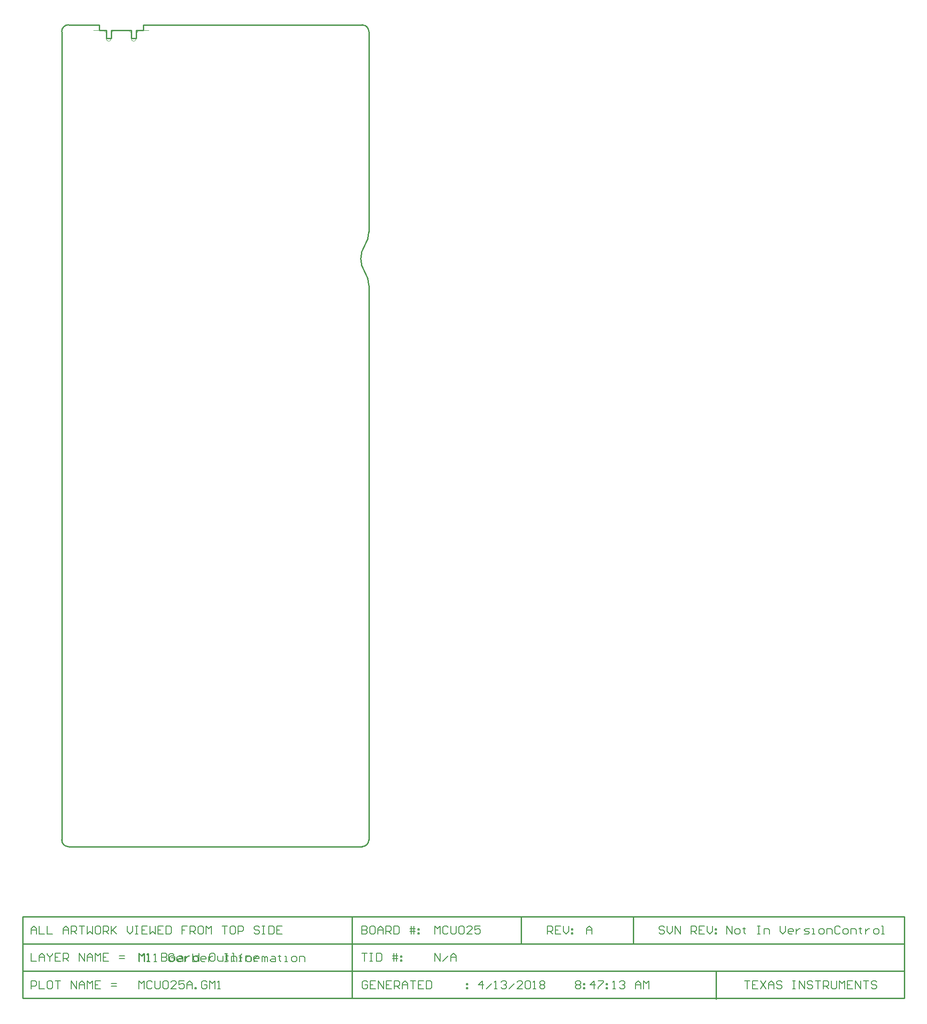
<source format=gm1>
G04 Layer_Color=11296232*
%FSAX25Y25*%
%MOIN*%
G70*
G01*
G75*
%ADD49C,0.00800*%
%ADD50C,0.01000*%
%ADD82C,0.00394*%
G54D49*
X0126900Y0067551D02*
Y0073549D01*
X0128899Y0071549D01*
X0130899Y0073549D01*
Y0067551D01*
X0132898D02*
X0134897D01*
X0133898D01*
Y0073549D01*
X0132898Y0072549D01*
X0143895Y0073549D02*
Y0067551D01*
X0146894D01*
X0147893Y0068550D01*
Y0069550D01*
X0146894Y0070550D01*
X0143895D01*
X0146894D01*
X0147893Y0071549D01*
Y0072549D01*
X0146894Y0073549D01*
X0143895D01*
X0150892Y0067551D02*
X0152892D01*
X0153891Y0068550D01*
Y0070550D01*
X0152892Y0071549D01*
X0150892D01*
X0149893Y0070550D01*
Y0068550D01*
X0150892Y0067551D01*
X0156890Y0071549D02*
X0158890D01*
X0159889Y0070550D01*
Y0067551D01*
X0156890D01*
X0155891Y0068550D01*
X0156890Y0069550D01*
X0159889D01*
X0161889Y0071549D02*
Y0067551D01*
Y0069550D01*
X0162888Y0070550D01*
X0163888Y0071549D01*
X0164888D01*
X0171885Y0073549D02*
Y0067551D01*
X0168886D01*
X0167887Y0068550D01*
Y0070550D01*
X0168886Y0071549D01*
X0171885D01*
X0182882Y0073549D02*
X0180883D01*
X0179883Y0072549D01*
Y0068550D01*
X0180883Y0067551D01*
X0182882D01*
X0183882Y0068550D01*
Y0072549D01*
X0182882Y0073549D01*
X0185881Y0071549D02*
Y0068550D01*
X0186881Y0067551D01*
X0189880D01*
Y0071549D01*
X0192879Y0072549D02*
Y0071549D01*
X0191879D01*
X0193878D01*
X0192879D01*
Y0068550D01*
X0193878Y0067551D01*
X0196877D02*
X0198877D01*
X0197877D01*
Y0073549D01*
X0196877D01*
X0201876Y0067551D02*
X0203875D01*
X0202875D01*
Y0071549D01*
X0201876D01*
X0206874Y0067551D02*
Y0071549D01*
X0209873D01*
X0210873Y0070550D01*
Y0067551D01*
X0215871D02*
X0213872D01*
X0212872Y0068550D01*
Y0070550D01*
X0213872Y0071549D01*
X0215871D01*
X0216871Y0070550D01*
Y0069550D01*
X0212872D01*
X0567400Y0087833D02*
Y0093831D01*
X0571399Y0087833D01*
Y0093831D01*
X0574398Y0087833D02*
X0576397D01*
X0577397Y0088833D01*
Y0090832D01*
X0576397Y0091832D01*
X0574398D01*
X0573398Y0090832D01*
Y0088833D01*
X0574398Y0087833D01*
X0580396Y0092832D02*
Y0091832D01*
X0579396D01*
X0581395D01*
X0580396D01*
Y0088833D01*
X0581395Y0087833D01*
X0590393Y0093831D02*
X0592392D01*
X0591392D01*
Y0087833D01*
X0590393D01*
X0592392D01*
X0595391D02*
Y0091832D01*
X0598390D01*
X0599390Y0090832D01*
Y0087833D01*
X0607387Y0093831D02*
Y0089833D01*
X0609386Y0087833D01*
X0611386Y0089833D01*
Y0093831D01*
X0616384Y0087833D02*
X0614385D01*
X0613385Y0088833D01*
Y0090832D01*
X0614385Y0091832D01*
X0616384D01*
X0617384Y0090832D01*
Y0089833D01*
X0613385D01*
X0619383Y0091832D02*
Y0087833D01*
Y0089833D01*
X0620383Y0090832D01*
X0621383Y0091832D01*
X0622382D01*
X0625381Y0087833D02*
X0628380D01*
X0629380Y0088833D01*
X0628380Y0089833D01*
X0626381D01*
X0625381Y0090832D01*
X0626381Y0091832D01*
X0629380D01*
X0631379Y0087833D02*
X0633379D01*
X0632379D01*
Y0091832D01*
X0631379D01*
X0637377Y0087833D02*
X0639377D01*
X0640376Y0088833D01*
Y0090832D01*
X0639377Y0091832D01*
X0637377D01*
X0636378Y0090832D01*
Y0088833D01*
X0637377Y0087833D01*
X0642376D02*
Y0091832D01*
X0645375D01*
X0646374Y0090832D01*
Y0087833D01*
X0652373Y0092832D02*
X0651373Y0093831D01*
X0649373D01*
X0648374Y0092832D01*
Y0088833D01*
X0649373Y0087833D01*
X0651373D01*
X0652373Y0088833D01*
X0655372Y0087833D02*
X0657371D01*
X0658371Y0088833D01*
Y0090832D01*
X0657371Y0091832D01*
X0655372D01*
X0654372Y0090832D01*
Y0088833D01*
X0655372Y0087833D01*
X0660370D02*
Y0091832D01*
X0663369D01*
X0664369Y0090832D01*
Y0087833D01*
X0667368Y0092832D02*
Y0091832D01*
X0666368D01*
X0668367D01*
X0667368D01*
Y0088833D01*
X0668367Y0087833D01*
X0671366Y0091832D02*
Y0087833D01*
Y0089833D01*
X0672366Y0090832D01*
X0673366Y0091832D01*
X0674365D01*
X0678364Y0087833D02*
X0680364D01*
X0681363Y0088833D01*
Y0090832D01*
X0680364Y0091832D01*
X0678364D01*
X0677364Y0090832D01*
Y0088833D01*
X0678364Y0087833D01*
X0683362D02*
X0685362D01*
X0684362D01*
Y0093831D01*
X0683362D01*
X0520799Y0092832D02*
X0519799Y0093831D01*
X0517800D01*
X0516800Y0092832D01*
Y0091832D01*
X0517800Y0090832D01*
X0519799D01*
X0520799Y0089833D01*
Y0088833D01*
X0519799Y0087833D01*
X0517800D01*
X0516800Y0088833D01*
X0522798Y0093831D02*
Y0089833D01*
X0524797Y0087833D01*
X0526797Y0089833D01*
Y0093831D01*
X0528796Y0087833D02*
Y0093831D01*
X0532795Y0087833D01*
Y0093831D01*
X0540792Y0087833D02*
Y0093831D01*
X0543791D01*
X0544791Y0092832D01*
Y0090832D01*
X0543791Y0089833D01*
X0540792D01*
X0542792D02*
X0544791Y0087833D01*
X0550789Y0093831D02*
X0546790D01*
Y0087833D01*
X0550789D01*
X0546790Y0090832D02*
X0548790D01*
X0552788Y0093831D02*
Y0089833D01*
X0554788Y0087833D01*
X0556787Y0089833D01*
Y0093831D01*
X0558786Y0091832D02*
X0559786D01*
Y0090832D01*
X0558786D01*
Y0091832D01*
Y0088833D02*
X0559786D01*
Y0087833D01*
X0558786D01*
Y0088833D01*
X0433000Y0087833D02*
Y0093831D01*
X0435999D01*
X0436999Y0092832D01*
Y0090832D01*
X0435999Y0089833D01*
X0433000D01*
X0434999D02*
X0436999Y0087833D01*
X0442997Y0093831D02*
X0438998D01*
Y0087833D01*
X0442997D01*
X0438998Y0090832D02*
X0440997D01*
X0444996Y0093831D02*
Y0089833D01*
X0446995Y0087833D01*
X0448995Y0089833D01*
Y0093831D01*
X0450994Y0091832D02*
X0451994D01*
Y0090832D01*
X0450994D01*
Y0091832D01*
Y0088833D02*
X0451994D01*
Y0087833D01*
X0450994D01*
Y0088833D01*
X0126900Y0046966D02*
Y0052965D01*
X0128899Y0050965D01*
X0130899Y0052965D01*
Y0046966D01*
X0136897Y0051965D02*
X0135897Y0052965D01*
X0133898D01*
X0132898Y0051965D01*
Y0047966D01*
X0133898Y0046966D01*
X0135897D01*
X0136897Y0047966D01*
X0138896Y0052965D02*
Y0047966D01*
X0139896Y0046966D01*
X0141895D01*
X0142895Y0047966D01*
Y0052965D01*
X0144894Y0051965D02*
X0145894Y0052965D01*
X0147893D01*
X0148893Y0051965D01*
Y0047966D01*
X0147893Y0046966D01*
X0145894D01*
X0144894Y0047966D01*
Y0051965D01*
X0154891Y0046966D02*
X0150892D01*
X0154891Y0050965D01*
Y0051965D01*
X0153891Y0052965D01*
X0151892D01*
X0150892Y0051965D01*
X0160889Y0052965D02*
X0156890D01*
Y0049966D01*
X0158890Y0050965D01*
X0159889D01*
X0160889Y0049966D01*
Y0047966D01*
X0159889Y0046966D01*
X0157890D01*
X0156890Y0047966D01*
X0162888Y0046966D02*
Y0050965D01*
X0164888Y0052965D01*
X0166887Y0050965D01*
Y0046966D01*
Y0049966D01*
X0162888D01*
X0168886Y0046966D02*
Y0047966D01*
X0169886D01*
Y0046966D01*
X0168886D01*
X0177884Y0051965D02*
X0176884Y0052965D01*
X0174884D01*
X0173885Y0051965D01*
Y0047966D01*
X0174884Y0046966D01*
X0176884D01*
X0177884Y0047966D01*
Y0049966D01*
X0175884D01*
X0179883Y0046966D02*
Y0052965D01*
X0181882Y0050965D01*
X0183882Y0052965D01*
Y0046966D01*
X0185881D02*
X0187880D01*
X0186881D01*
Y0052965D01*
X0185881Y0051965D01*
X0384149Y0046966D02*
Y0052965D01*
X0381150Y0049966D01*
X0385149D01*
X0387148Y0046966D02*
X0391147Y0050965D01*
X0393146Y0046966D02*
X0395146D01*
X0394146D01*
Y0052965D01*
X0393146Y0051965D01*
X0398145D02*
X0399144Y0052965D01*
X0401144D01*
X0402143Y0051965D01*
Y0050965D01*
X0401144Y0049966D01*
X0400144D01*
X0401144D01*
X0402143Y0048966D01*
Y0047966D01*
X0401144Y0046966D01*
X0399144D01*
X0398145Y0047966D01*
X0404143Y0046966D02*
X0408141Y0050965D01*
X0414139Y0046966D02*
X0410141D01*
X0414139Y0050965D01*
Y0051965D01*
X0413140Y0052965D01*
X0411140D01*
X0410141Y0051965D01*
X0416139D02*
X0417138Y0052965D01*
X0419138D01*
X0420137Y0051965D01*
Y0047966D01*
X0419138Y0046966D01*
X0417138D01*
X0416139Y0047966D01*
Y0051965D01*
X0422137Y0046966D02*
X0424136D01*
X0423136D01*
Y0052965D01*
X0422137Y0051965D01*
X0427135D02*
X0428135Y0052965D01*
X0430134D01*
X0431134Y0051965D01*
Y0050965D01*
X0430134Y0049966D01*
X0431134Y0048966D01*
Y0047966D01*
X0430134Y0046966D01*
X0428135D01*
X0427135Y0047966D01*
Y0048966D01*
X0428135Y0049966D01*
X0427135Y0050965D01*
Y0051965D01*
X0428135Y0049966D02*
X0430134D01*
X0298199Y0051965D02*
X0297199Y0052965D01*
X0295200D01*
X0294200Y0051965D01*
Y0047966D01*
X0295200Y0046966D01*
X0297199D01*
X0298199Y0047966D01*
Y0049966D01*
X0296199D01*
X0304197Y0052965D02*
X0300198D01*
Y0046966D01*
X0304197D01*
X0300198Y0049966D02*
X0302197D01*
X0306196Y0046966D02*
Y0052965D01*
X0310195Y0046966D01*
Y0052965D01*
X0316193D02*
X0312194D01*
Y0046966D01*
X0316193D01*
X0312194Y0049966D02*
X0314194D01*
X0318192Y0046966D02*
Y0052965D01*
X0321191D01*
X0322191Y0051965D01*
Y0049966D01*
X0321191Y0048966D01*
X0318192D01*
X0320192D02*
X0322191Y0046966D01*
X0324190D02*
Y0050965D01*
X0326190Y0052965D01*
X0328189Y0050965D01*
Y0046966D01*
Y0049966D01*
X0324190D01*
X0330188Y0052965D02*
X0334187D01*
X0332188D01*
Y0046966D01*
X0340185Y0052965D02*
X0336186D01*
Y0046966D01*
X0340185D01*
X0336186Y0049966D02*
X0338186D01*
X0342184Y0052965D02*
Y0046966D01*
X0345183D01*
X0346183Y0047966D01*
Y0051965D01*
X0345183Y0052965D01*
X0342184D01*
X0372175Y0050965D02*
X0373175D01*
Y0049966D01*
X0372175D01*
Y0050965D01*
Y0047966D02*
X0373175D01*
Y0046966D01*
X0372175D01*
Y0047966D01*
X0046350Y0087833D02*
Y0091832D01*
X0048349Y0093831D01*
X0050349Y0091832D01*
Y0087833D01*
Y0090832D01*
X0046350D01*
X0052348Y0093831D02*
Y0087833D01*
X0056347D01*
X0058346Y0093831D02*
Y0087833D01*
X0062345D01*
X0070342D02*
Y0091832D01*
X0072342Y0093831D01*
X0074341Y0091832D01*
Y0087833D01*
Y0090832D01*
X0070342D01*
X0076340Y0087833D02*
Y0093831D01*
X0079339D01*
X0080339Y0092832D01*
Y0090832D01*
X0079339Y0089833D01*
X0076340D01*
X0078340D02*
X0080339Y0087833D01*
X0082338Y0093831D02*
X0086337D01*
X0084338D01*
Y0087833D01*
X0088336Y0093831D02*
Y0087833D01*
X0090336Y0089833D01*
X0092335Y0087833D01*
Y0093831D01*
X0097334D02*
X0095334D01*
X0094335Y0092832D01*
Y0088833D01*
X0095334Y0087833D01*
X0097334D01*
X0098333Y0088833D01*
Y0092832D01*
X0097334Y0093831D01*
X0100332Y0087833D02*
Y0093831D01*
X0103332D01*
X0104331Y0092832D01*
Y0090832D01*
X0103332Y0089833D01*
X0100332D01*
X0102332D02*
X0104331Y0087833D01*
X0106331Y0093831D02*
Y0087833D01*
Y0089833D01*
X0110329Y0093831D01*
X0107330Y0090832D01*
X0110329Y0087833D01*
X0118327Y0093831D02*
Y0089833D01*
X0120326Y0087833D01*
X0122325Y0089833D01*
Y0093831D01*
X0124325D02*
X0126324D01*
X0125324D01*
Y0087833D01*
X0124325D01*
X0126324D01*
X0133322Y0093831D02*
X0129323D01*
Y0087833D01*
X0133322D01*
X0129323Y0090832D02*
X0131323D01*
X0135321Y0093831D02*
Y0087833D01*
X0137321Y0089833D01*
X0139320Y0087833D01*
Y0093831D01*
X0145318D02*
X0141319D01*
Y0087833D01*
X0145318D01*
X0141319Y0090832D02*
X0143319D01*
X0147317Y0093831D02*
Y0087833D01*
X0150316D01*
X0151316Y0088833D01*
Y0092832D01*
X0150316Y0093831D01*
X0147317D01*
X0163312D02*
X0159313D01*
Y0090832D01*
X0161313D01*
X0159313D01*
Y0087833D01*
X0165312D02*
Y0093831D01*
X0168310D01*
X0169310Y0092832D01*
Y0090832D01*
X0168310Y0089833D01*
X0165312D01*
X0167311D02*
X0169310Y0087833D01*
X0174309Y0093831D02*
X0172309D01*
X0171310Y0092832D01*
Y0088833D01*
X0172309Y0087833D01*
X0174309D01*
X0175308Y0088833D01*
Y0092832D01*
X0174309Y0093831D01*
X0177308Y0087833D02*
Y0093831D01*
X0179307Y0091832D01*
X0181306Y0093831D01*
Y0087833D01*
X0189304Y0093831D02*
X0193303D01*
X0191303D01*
Y0087833D01*
X0198301Y0093831D02*
X0196301D01*
X0195302Y0092832D01*
Y0088833D01*
X0196301Y0087833D01*
X0198301D01*
X0199301Y0088833D01*
Y0092832D01*
X0198301Y0093831D01*
X0201300Y0087833D02*
Y0093831D01*
X0204299D01*
X0205299Y0092832D01*
Y0090832D01*
X0204299Y0089833D01*
X0201300D01*
X0217295Y0092832D02*
X0216295Y0093831D01*
X0214296D01*
X0213296Y0092832D01*
Y0091832D01*
X0214296Y0090832D01*
X0216295D01*
X0217295Y0089833D01*
Y0088833D01*
X0216295Y0087833D01*
X0214296D01*
X0213296Y0088833D01*
X0219294Y0093831D02*
X0221293D01*
X0220294D01*
Y0087833D01*
X0219294D01*
X0221293D01*
X0224292Y0093831D02*
Y0087833D01*
X0227291D01*
X0228291Y0088833D01*
Y0092832D01*
X0227291Y0093831D01*
X0224292D01*
X0234289D02*
X0230291D01*
Y0087833D01*
X0234289D01*
X0230291Y0090832D02*
X0232290D01*
X0462150Y0087833D02*
Y0091832D01*
X0464149Y0093831D01*
X0466149Y0091832D01*
Y0087833D01*
Y0090832D01*
X0462150D01*
X0348550Y0087833D02*
Y0093831D01*
X0350549Y0091832D01*
X0352549Y0093831D01*
Y0087833D01*
X0358547Y0092832D02*
X0357547Y0093831D01*
X0355548D01*
X0354548Y0092832D01*
Y0088833D01*
X0355548Y0087833D01*
X0357547D01*
X0358547Y0088833D01*
X0360546Y0093831D02*
Y0088833D01*
X0361546Y0087833D01*
X0363545D01*
X0364545Y0088833D01*
Y0093831D01*
X0366544Y0092832D02*
X0367544Y0093831D01*
X0369543D01*
X0370543Y0092832D01*
Y0088833D01*
X0369543Y0087833D01*
X0367544D01*
X0366544Y0088833D01*
Y0092832D01*
X0376541Y0087833D02*
X0372542D01*
X0376541Y0091832D01*
Y0092832D01*
X0375541Y0093831D01*
X0373542D01*
X0372542Y0092832D01*
X0382539Y0093831D02*
X0378540D01*
Y0090832D01*
X0380540Y0091832D01*
X0381539D01*
X0382539Y0090832D01*
Y0088833D01*
X0381539Y0087833D01*
X0379540D01*
X0378540Y0088833D01*
X0294000Y0093831D02*
Y0087833D01*
X0296999D01*
X0297999Y0088833D01*
Y0089833D01*
X0296999Y0090832D01*
X0294000D01*
X0296999D01*
X0297999Y0091832D01*
Y0092832D01*
X0296999Y0093831D01*
X0294000D01*
X0302997D02*
X0300998D01*
X0299998Y0092832D01*
Y0088833D01*
X0300998Y0087833D01*
X0302997D01*
X0303997Y0088833D01*
Y0092832D01*
X0302997Y0093831D01*
X0305996Y0087833D02*
Y0091832D01*
X0307996Y0093831D01*
X0309995Y0091832D01*
Y0087833D01*
Y0090832D01*
X0305996D01*
X0311994Y0087833D02*
Y0093831D01*
X0314993D01*
X0315993Y0092832D01*
Y0090832D01*
X0314993Y0089833D01*
X0311994D01*
X0313994D02*
X0315993Y0087833D01*
X0317992Y0093831D02*
Y0087833D01*
X0320991D01*
X0321991Y0088833D01*
Y0092832D01*
X0320991Y0093831D01*
X0317992D01*
X0330988Y0087833D02*
Y0093831D01*
X0332987D02*
Y0087833D01*
X0329988Y0091832D02*
X0332987D01*
X0333987D01*
X0329988Y0089833D02*
X0333987D01*
X0335986Y0091832D02*
X0336986D01*
Y0090832D01*
X0335986D01*
Y0091832D01*
Y0088833D02*
X0336986D01*
Y0087833D01*
X0335986D01*
Y0088833D01*
X0046350Y0073549D02*
Y0067551D01*
X0050349D01*
X0052348D02*
Y0071549D01*
X0054347Y0073549D01*
X0056347Y0071549D01*
Y0067551D01*
Y0070550D01*
X0052348D01*
X0058346Y0073549D02*
Y0072549D01*
X0060346Y0070550D01*
X0062345Y0072549D01*
Y0073549D01*
X0060346Y0070550D02*
Y0067551D01*
X0068343Y0073549D02*
X0064344D01*
Y0067551D01*
X0068343D01*
X0064344Y0070550D02*
X0066343D01*
X0070342Y0067551D02*
Y0073549D01*
X0073341D01*
X0074341Y0072549D01*
Y0070550D01*
X0073341Y0069550D01*
X0070342D01*
X0072342D02*
X0074341Y0067551D01*
X0082338D02*
Y0073549D01*
X0086337Y0067551D01*
Y0073549D01*
X0088336Y0067551D02*
Y0071549D01*
X0090336Y0073549D01*
X0092335Y0071549D01*
Y0067551D01*
Y0070550D01*
X0088336D01*
X0094335Y0067551D02*
Y0073549D01*
X0096334Y0071549D01*
X0098333Y0073549D01*
Y0067551D01*
X0104331Y0073549D02*
X0100332D01*
Y0067551D01*
X0104331D01*
X0100332Y0070550D02*
X0102332D01*
X0112329Y0069550D02*
X0116327D01*
X0112329Y0071549D02*
X0116327D01*
X0046350Y0046966D02*
Y0052965D01*
X0049349D01*
X0050349Y0051965D01*
Y0049966D01*
X0049349Y0048966D01*
X0046350D01*
X0052348Y0052965D02*
Y0046966D01*
X0056347D01*
X0061345Y0052965D02*
X0059346D01*
X0058346Y0051965D01*
Y0047966D01*
X0059346Y0046966D01*
X0061345D01*
X0062345Y0047966D01*
Y0051965D01*
X0061345Y0052965D01*
X0064344D02*
X0068343D01*
X0066343D01*
Y0046966D01*
X0076340D02*
Y0052965D01*
X0080339Y0046966D01*
Y0052965D01*
X0082338Y0046966D02*
Y0050965D01*
X0084338Y0052965D01*
X0086337Y0050965D01*
Y0046966D01*
Y0049966D01*
X0082338D01*
X0088336Y0046966D02*
Y0052965D01*
X0090336Y0050965D01*
X0092335Y0052965D01*
Y0046966D01*
X0098333Y0052965D02*
X0094335D01*
Y0046966D01*
X0098333D01*
X0094335Y0049966D02*
X0096334D01*
X0106331Y0048966D02*
X0110329D01*
X0106331Y0050965D02*
X0110329D01*
X0454050Y0051965D02*
X0455050Y0052965D01*
X0457049D01*
X0458049Y0051965D01*
Y0050965D01*
X0457049Y0049966D01*
X0458049Y0048966D01*
Y0047966D01*
X0457049Y0046966D01*
X0455050D01*
X0454050Y0047966D01*
Y0048966D01*
X0455050Y0049966D01*
X0454050Y0050965D01*
Y0051965D01*
X0455050Y0049966D02*
X0457049D01*
X0460048Y0050965D02*
X0461048D01*
Y0049966D01*
X0460048D01*
Y0050965D01*
Y0047966D02*
X0461048D01*
Y0046966D01*
X0460048D01*
Y0047966D01*
X0468046Y0046966D02*
Y0052965D01*
X0465046Y0049966D01*
X0469045D01*
X0471044Y0052965D02*
X0475043D01*
Y0051965D01*
X0471044Y0047966D01*
Y0046966D01*
X0477043Y0050965D02*
X0478042D01*
Y0049966D01*
X0477043D01*
Y0050965D01*
Y0047966D02*
X0478042D01*
Y0046966D01*
X0477043D01*
Y0047966D01*
X0482041Y0046966D02*
X0484040D01*
X0483041D01*
Y0052965D01*
X0482041Y0051965D01*
X0487039D02*
X0488039Y0052965D01*
X0490038D01*
X0491038Y0051965D01*
Y0050965D01*
X0490038Y0049966D01*
X0489039D01*
X0490038D01*
X0491038Y0048966D01*
Y0047966D01*
X0490038Y0046966D01*
X0488039D01*
X0487039Y0047966D01*
X0499035Y0046966D02*
Y0050965D01*
X0501035Y0052965D01*
X0503034Y0050965D01*
Y0046966D01*
Y0049966D01*
X0499035D01*
X0505033Y0046966D02*
Y0052965D01*
X0507033Y0050965D01*
X0509032Y0052965D01*
Y0046966D01*
X0580500Y0052965D02*
X0584499D01*
X0582499D01*
Y0046966D01*
X0590497Y0052965D02*
X0586498D01*
Y0046966D01*
X0590497D01*
X0586498Y0049966D02*
X0588497D01*
X0592496Y0052965D02*
X0596495Y0046966D01*
Y0052965D02*
X0592496Y0046966D01*
X0598494D02*
Y0050965D01*
X0600493Y0052965D01*
X0602493Y0050965D01*
Y0046966D01*
Y0049966D01*
X0598494D01*
X0608491Y0051965D02*
X0607491Y0052965D01*
X0605492D01*
X0604492Y0051965D01*
Y0050965D01*
X0605492Y0049966D01*
X0607491D01*
X0608491Y0048966D01*
Y0047966D01*
X0607491Y0046966D01*
X0605492D01*
X0604492Y0047966D01*
X0616488Y0052965D02*
X0618488D01*
X0617488D01*
Y0046966D01*
X0616488D01*
X0618488D01*
X0621487D02*
Y0052965D01*
X0625486Y0046966D01*
Y0052965D01*
X0631484Y0051965D02*
X0630484Y0052965D01*
X0628484D01*
X0627485Y0051965D01*
Y0050965D01*
X0628484Y0049966D01*
X0630484D01*
X0631484Y0048966D01*
Y0047966D01*
X0630484Y0046966D01*
X0628484D01*
X0627485Y0047966D01*
X0633483Y0052965D02*
X0637482D01*
X0635482D01*
Y0046966D01*
X0639481D02*
Y0052965D01*
X0642480D01*
X0643480Y0051965D01*
Y0049966D01*
X0642480Y0048966D01*
X0639481D01*
X0641480D02*
X0643480Y0046966D01*
X0645479Y0052965D02*
Y0047966D01*
X0646479Y0046966D01*
X0648478D01*
X0649478Y0047966D01*
Y0052965D01*
X0651477Y0046966D02*
Y0052965D01*
X0653476Y0050965D01*
X0655476Y0052965D01*
Y0046966D01*
X0661474Y0052965D02*
X0657475D01*
Y0046966D01*
X0661474D01*
X0657475Y0049966D02*
X0659474D01*
X0663473Y0046966D02*
Y0052965D01*
X0667472Y0046966D01*
Y0052965D01*
X0669471D02*
X0673470D01*
X0671471D01*
Y0046966D01*
X0679468Y0051965D02*
X0678468Y0052965D01*
X0676469D01*
X0675469Y0051965D01*
Y0050965D01*
X0676469Y0049966D01*
X0678468D01*
X0679468Y0048966D01*
Y0047966D01*
X0678468Y0046966D01*
X0676469D01*
X0675469Y0047966D01*
X0294000Y0073498D02*
X0297999D01*
X0295999D01*
Y0067500D01*
X0299998Y0073498D02*
X0301997D01*
X0300998D01*
Y0067500D01*
X0299998D01*
X0301997D01*
X0304996Y0073498D02*
Y0067500D01*
X0307996D01*
X0308995Y0068500D01*
Y0072498D01*
X0307996Y0073498D01*
X0304996D01*
X0317992Y0067500D02*
Y0073498D01*
X0319992D02*
Y0067500D01*
X0316993Y0071499D02*
X0319992D01*
X0320991D01*
X0316993Y0069499D02*
X0320991D01*
X0322991Y0071499D02*
X0323990D01*
Y0070499D01*
X0322991D01*
Y0071499D01*
Y0068500D02*
X0323990D01*
Y0067500D01*
X0322991D01*
Y0068500D01*
X0348550Y0067500D02*
Y0073498D01*
X0352549Y0067500D01*
Y0073498D01*
X0354548Y0067500D02*
X0358547Y0071499D01*
X0360546Y0067500D02*
Y0071499D01*
X0362545Y0073498D01*
X0364545Y0071499D01*
Y0067500D01*
Y0070499D01*
X0360546D01*
X0127200Y0067400D02*
Y0073398D01*
X0129199Y0071399D01*
X0131199Y0073398D01*
Y0067400D01*
X0133198D02*
X0135197D01*
X0134198D01*
Y0073398D01*
X0133198Y0072398D01*
X0138196Y0067400D02*
X0140196D01*
X0139196D01*
Y0073398D01*
X0138196Y0072398D01*
X0153192D02*
X0152192Y0073398D01*
X0150193D01*
X0149193Y0072398D01*
Y0068400D01*
X0150193Y0067400D01*
X0152192D01*
X0153192Y0068400D01*
Y0070399D01*
X0151192D01*
X0158190Y0067400D02*
X0156191D01*
X0155191Y0068400D01*
Y0070399D01*
X0156191Y0071399D01*
X0158190D01*
X0159190Y0070399D01*
Y0069399D01*
X0155191D01*
X0161189Y0071399D02*
Y0067400D01*
Y0069399D01*
X0162189Y0070399D01*
X0163188Y0071399D01*
X0164188D01*
X0167187Y0073398D02*
Y0067400D01*
X0170186D01*
X0171186Y0068400D01*
Y0069399D01*
Y0070399D01*
X0170186Y0071399D01*
X0167187D01*
X0176184Y0067400D02*
X0174185D01*
X0173185Y0068400D01*
Y0070399D01*
X0174185Y0071399D01*
X0176184D01*
X0177184Y0070399D01*
Y0069399D01*
X0173185D01*
X0179183Y0071399D02*
Y0067400D01*
Y0069399D01*
X0180183Y0070399D01*
X0181183Y0071399D01*
X0182182D01*
X0191179Y0073398D02*
X0193179D01*
X0192179D01*
Y0067400D01*
X0191179D01*
X0193179D01*
X0196178D02*
Y0071399D01*
X0199177D01*
X0200176Y0070399D01*
Y0067400D01*
X0203175D02*
Y0072398D01*
Y0070399D01*
X0202176D01*
X0204175D01*
X0203175D01*
Y0072398D01*
X0204175Y0073398D01*
X0208174Y0067400D02*
X0210173D01*
X0211173Y0068400D01*
Y0070399D01*
X0210173Y0071399D01*
X0208174D01*
X0207174Y0070399D01*
Y0068400D01*
X0208174Y0067400D01*
X0213172Y0071399D02*
Y0067400D01*
Y0069399D01*
X0214172Y0070399D01*
X0215172Y0071399D01*
X0216171D01*
X0219170Y0067400D02*
Y0071399D01*
X0220170D01*
X0221170Y0070399D01*
Y0067400D01*
Y0070399D01*
X0222169Y0071399D01*
X0223169Y0070399D01*
Y0067400D01*
X0226168Y0071399D02*
X0228167D01*
X0229167Y0070399D01*
Y0067400D01*
X0226168D01*
X0225168Y0068400D01*
X0226168Y0069399D01*
X0229167D01*
X0232166Y0072398D02*
Y0071399D01*
X0231166D01*
X0233166D01*
X0232166D01*
Y0068400D01*
X0233166Y0067400D01*
X0236165D02*
X0238164D01*
X0237164D01*
Y0071399D01*
X0236165D01*
X0242163Y0067400D02*
X0244162D01*
X0245162Y0068400D01*
Y0070399D01*
X0244162Y0071399D01*
X0242163D01*
X0241163Y0070399D01*
Y0068400D01*
X0242163Y0067400D01*
X0247161D02*
Y0071399D01*
X0250160D01*
X0251160Y0070399D01*
Y0067400D01*
G54D50*
X0294200Y0153400D02*
G03*
X0299200Y0158400I0000000J0005000D01*
G01*
X0069200D02*
G03*
X0074200Y0153400I0005000J0000000D01*
G01*
X0296200Y0603400D02*
G03*
X0296200Y0583400I0015167J-0010000D01*
G01*
X0299200Y0573400D02*
G03*
X0296200Y0583400I-0018167J0000000D01*
G01*
X0299200Y0763400D02*
G03*
X0294200Y0768400I-0005000J0000000D01*
G01*
X0074200D02*
G03*
X0069200Y0763400I0000000J-0005000D01*
G01*
X0296200Y0603400D02*
G03*
X0299200Y0613400I-0015167J0010000D01*
G01*
X0074200Y0153400D02*
X0294200D01*
X0069200Y0158400D02*
Y0763400D01*
X0299200Y0613400D02*
Y0763400D01*
Y0158400D02*
Y0573400D01*
X0130200Y0768400D02*
X0294200D01*
X0097200Y0764400D02*
Y0768400D01*
X0102500Y0758400D02*
Y0764400D01*
X0097200D02*
X0102500D01*
Y0758400D02*
X0106200D01*
Y0764400D01*
X0121200D01*
Y0758400D02*
Y0764400D01*
Y0758400D02*
X0124900D01*
Y0764400D01*
X0130200D01*
Y0768400D01*
X0074200D02*
X0097200D01*
X0497200Y0080717D02*
Y0101050D01*
X0413200Y0080717D02*
Y0101050D01*
X0040000Y0080717D02*
X0700200D01*
X0040000Y0060383D02*
X0700000D01*
X0040000Y0040050D02*
X0440500D01*
X0040050Y0101050D02*
X0700200D01*
X0040050Y0040050D02*
Y0101050D01*
Y0040050D02*
X0197600D01*
X0040000D02*
Y0101050D01*
X0286500Y0040050D02*
Y0101050D01*
X0700200Y0040050D02*
Y0101050D01*
X0440500Y0040050D02*
X0700200D01*
X0559400Y0039400D02*
Y0059683D01*
G54D82*
X0121279Y0757904D02*
G03*
X0124822Y0757904I0001772J0000000D01*
G01*
X0102578D02*
G03*
X0106121Y0757904I0001772J0000000D01*
G01*
X0108188Y0764400D02*
X0119212D01*
X0121279Y0757904D02*
Y0762431D01*
X0124822Y0757904D02*
Y0762431D01*
X0126791Y0764400D02*
X0134369D01*
X0106121Y0757904D02*
Y0762431D01*
X0102578Y0757904D02*
Y0762431D01*
X0093031Y0764400D02*
X0100610D01*
X0119212D02*
X0119310D01*
X0121279Y0762431D01*
X0108090Y0764400D02*
X0108188D01*
X0106121Y0762431D02*
X0108090Y0764400D01*
X0100610D02*
X0102578Y0762431D01*
X0124822D02*
X0126791Y0764400D01*
M02*

</source>
